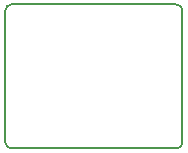
<source format=gm1>
G04 #@! TF.FileFunction,Profile,NP*
%FSLAX46Y46*%
G04 Gerber Fmt 4.6, Leading zero omitted, Abs format (unit mm)*
G04 Created by KiCad (PCBNEW 4.0.4-stable) date 04/08/18 20:01:15*
%MOMM*%
%LPD*%
G01*
G04 APERTURE LIST*
%ADD10C,0.050000*%
%ADD11C,0.150000*%
G04 APERTURE END LIST*
D10*
D11*
X132080000Y-115316000D02*
X132080000Y-114808000D01*
X131572000Y-115824000D02*
G75*
G03X132080000Y-115316000I0J508000D01*
G01*
X117602000Y-115824000D02*
X131572000Y-115824000D01*
X117602000Y-103632000D02*
X131572000Y-103632000D01*
X117094000Y-104140000D02*
X117094000Y-115316000D01*
X132080000Y-104140000D02*
X132080000Y-114808000D01*
X117094000Y-115316000D02*
G75*
G03X117602000Y-115824000I508000J0D01*
G01*
X117602000Y-103632000D02*
G75*
G03X117094000Y-104140000I0J-508000D01*
G01*
X132080000Y-104140000D02*
G75*
G03X131572000Y-103632000I-508000J0D01*
G01*
M02*

</source>
